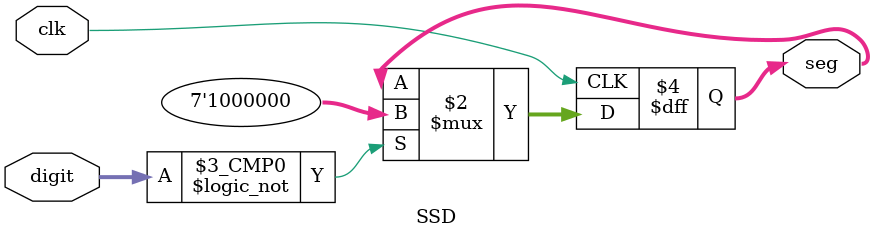
<source format=v>
`timescale 1ns/1ps
module SSD (input clk, input [3:0] digit,  output reg [6:0] seg);
	always @ (posedge clk)
		case (digit)
			0: seg<=7'b1000000; //gfedcba
		endcase
endmodule

</source>
